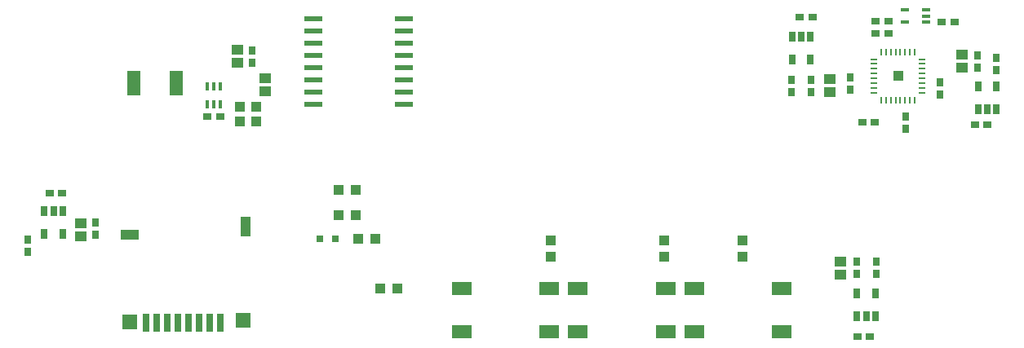
<source format=gtp>
G04*
G04 #@! TF.GenerationSoftware,Altium Limited,Altium Designer,21.9.2 (33)*
G04*
G04 Layer_Color=8421504*
%FSLAX25Y25*%
%MOIN*%
G70*
G04*
G04 #@! TF.SameCoordinates,D22C8EEC-9F66-4CA6-A23B-34AD4F9630FA*
G04*
G04*
G04 #@! TF.FilePolarity,Positive*
G04*
G01*
G75*
%ADD14R,0.02756X0.03543*%
%ADD15R,0.05000X0.04000*%
%ADD16R,0.03543X0.02756*%
%ADD17R,0.02559X0.04331*%
%ADD18R,0.07795X0.02087*%
%ADD19R,0.01378X0.03543*%
%ADD20R,0.05512X0.09843*%
%ADD21R,0.04331X0.03937*%
%ADD22R,0.03937X0.03937*%
%ADD23O,0.02756X0.00787*%
%ADD24O,0.00787X0.02756*%
%ADD25R,0.03543X0.01575*%
%ADD26R,0.03150X0.03150*%
%ADD27R,0.08268X0.05512*%
%ADD28R,0.03937X0.04331*%
%ADD29R,0.03150X0.07480*%
%ADD30R,0.07284X0.03937*%
%ADD31R,0.03937X0.07874*%
%ADD32R,0.05906X0.05906*%
D14*
X2000Y-86941D02*
D03*
Y-92059D02*
D03*
X29500Y-85059D02*
D03*
Y-79941D02*
D03*
X374500Y-22441D02*
D03*
Y-27559D02*
D03*
X390000Y-16559D02*
D03*
Y-11441D02*
D03*
X397500Y-17559D02*
D03*
Y-12441D02*
D03*
X340500Y-101075D02*
D03*
Y-95957D02*
D03*
X348500Y-101075D02*
D03*
Y-95957D02*
D03*
X322000Y-21441D02*
D03*
Y-26559D02*
D03*
X314000Y-21441D02*
D03*
Y-26559D02*
D03*
X338000Y-20441D02*
D03*
Y-25559D02*
D03*
X360500Y-41559D02*
D03*
Y-36441D02*
D03*
X93500Y-9441D02*
D03*
Y-14559D02*
D03*
D15*
X23500Y-85650D02*
D03*
Y-80350D02*
D03*
X334000Y-101166D02*
D03*
Y-95866D02*
D03*
X383500Y-16650D02*
D03*
Y-11350D02*
D03*
X329500Y-21350D02*
D03*
Y-26650D02*
D03*
X87500Y-9350D02*
D03*
Y-14650D02*
D03*
X99000Y-20850D02*
D03*
Y-26150D02*
D03*
D16*
X16059Y-68000D02*
D03*
X10941D02*
D03*
X317441Y4000D02*
D03*
X322559D02*
D03*
X80559Y-36500D02*
D03*
X75441D02*
D03*
X353559Y-2500D02*
D03*
X348441D02*
D03*
X388941Y-40000D02*
D03*
X394059D02*
D03*
X340941Y-126500D02*
D03*
X346059D02*
D03*
X348059Y-39000D02*
D03*
X342941D02*
D03*
X353559Y2500D02*
D03*
X348441D02*
D03*
X375441Y2000D02*
D03*
X380559D02*
D03*
D17*
X16240Y-75276D02*
D03*
X12500D02*
D03*
X8760D02*
D03*
Y-84724D02*
D03*
X16240D02*
D03*
X390260Y-33724D02*
D03*
X394000D02*
D03*
X397740D02*
D03*
Y-24276D02*
D03*
X390260D02*
D03*
X340760Y-118240D02*
D03*
X344500D02*
D03*
X348240D02*
D03*
Y-108791D02*
D03*
X340760D02*
D03*
X321740Y-3776D02*
D03*
X318000D02*
D03*
X314260D02*
D03*
Y-13224D02*
D03*
X321740D02*
D03*
D18*
X118610Y3500D02*
D03*
Y-1500D02*
D03*
Y-6500D02*
D03*
Y-11500D02*
D03*
Y-16500D02*
D03*
Y-21500D02*
D03*
Y-26500D02*
D03*
Y-31500D02*
D03*
X155500Y3500D02*
D03*
Y-1500D02*
D03*
Y-6500D02*
D03*
Y-11500D02*
D03*
Y-16500D02*
D03*
Y-21500D02*
D03*
Y-26500D02*
D03*
Y-31500D02*
D03*
D19*
X75441Y-31740D02*
D03*
X78000D02*
D03*
X80559D02*
D03*
Y-24260D02*
D03*
X78000D02*
D03*
X75441D02*
D03*
D20*
X45339Y-23000D02*
D03*
X62661D02*
D03*
D21*
X129154Y-66500D02*
D03*
X135846D02*
D03*
X129154Y-77000D02*
D03*
X135846D02*
D03*
X146153Y-107000D02*
D03*
X152847D02*
D03*
X95346Y-32500D02*
D03*
X88653D02*
D03*
X88653Y-38500D02*
D03*
X95346D02*
D03*
X143846Y-86500D02*
D03*
X137153D02*
D03*
D22*
X357500Y-20000D02*
D03*
D23*
X347657Y-13110D02*
D03*
Y-15079D02*
D03*
Y-17047D02*
D03*
Y-19016D02*
D03*
Y-20984D02*
D03*
Y-22953D02*
D03*
Y-24921D02*
D03*
Y-26890D02*
D03*
X367342D02*
D03*
Y-24921D02*
D03*
Y-22953D02*
D03*
Y-20984D02*
D03*
Y-19016D02*
D03*
Y-17047D02*
D03*
Y-15079D02*
D03*
Y-13110D02*
D03*
D24*
X350610Y-29842D02*
D03*
X352579D02*
D03*
X354547D02*
D03*
X356516D02*
D03*
X358484D02*
D03*
X360453D02*
D03*
X362421D02*
D03*
X364390D02*
D03*
Y-10158D02*
D03*
X362421D02*
D03*
X360453D02*
D03*
X358484D02*
D03*
X356516D02*
D03*
X354547D02*
D03*
X352579D02*
D03*
X350610D02*
D03*
D25*
X368831Y1941D02*
D03*
Y4500D02*
D03*
Y7059D02*
D03*
X360169D02*
D03*
Y1941D02*
D03*
D26*
X121252Y-86500D02*
D03*
X127748D02*
D03*
D27*
X262500Y-124500D02*
D03*
Y-106783D02*
D03*
X226673Y-124500D02*
D03*
Y-106783D02*
D03*
X215000Y-124500D02*
D03*
Y-106783D02*
D03*
X179173Y-124500D02*
D03*
Y-106783D02*
D03*
X310000Y-124500D02*
D03*
Y-106783D02*
D03*
X274173Y-124500D02*
D03*
Y-106783D02*
D03*
D28*
X262000Y-93846D02*
D03*
Y-87154D02*
D03*
X215500Y-93846D02*
D03*
Y-87154D02*
D03*
X294000Y-93846D02*
D03*
Y-87154D02*
D03*
D29*
X50488Y-121051D02*
D03*
X54819D02*
D03*
X59150D02*
D03*
X63480D02*
D03*
X67811D02*
D03*
X72142D02*
D03*
X76472D02*
D03*
X80803D02*
D03*
D30*
X43791Y-84878D02*
D03*
D31*
X91000Y-81532D02*
D03*
D32*
X90000Y-120000D02*
D03*
X43500Y-120500D02*
D03*
M02*

</source>
